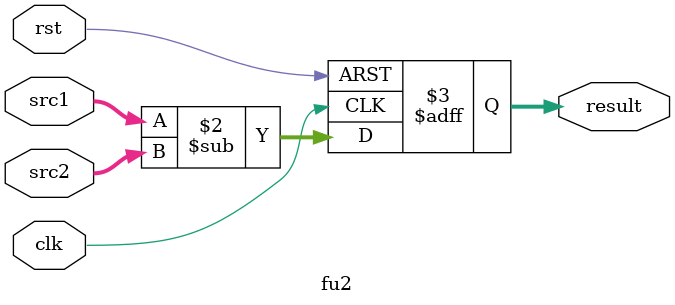
<source format=sv>
module fu2(
    input clk,
    input rst,
    input [31:0] src1,  // Source operand 1
    input [31:0] src2,  // Source operand 2
    output reg [31:0] result // Result of subtraction
);
    always @(posedge clk or posedge rst) begin
        if (rst)
            result <= 0;
        else
            result <= src1 - src2; // Perform subtraction
    end
endmodule

</source>
